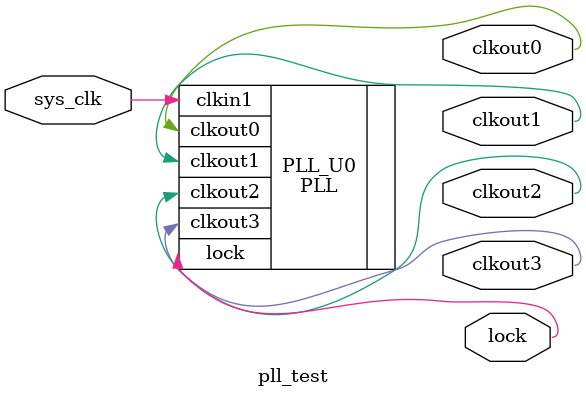
<source format=v>
module pll_test(
    input                               sys_clk                    ,
    output                              clkout0                    ,
    output                              clkout1                    ,
    output                              clkout2                    ,
    output                              clkout3                    ,
    output                              lock                        
   );

PLL PLL_U0 (
  .clkout0(clkout0),    // output
  .clkout1(clkout1),    // output
  .clkout2(clkout2),    // output
  .clkout3(clkout3),    // output
  .lock(lock),          // output
  .clkin1(sys_clk)       // input
);

endmodule
</source>
